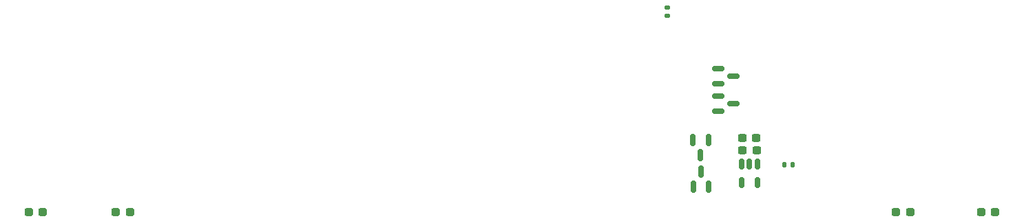
<source format=gbr>
%TF.GenerationSoftware,KiCad,Pcbnew,9.0.0*%
%TF.CreationDate,2025-06-18T14:15:24-07:00*%
%TF.ProjectId,1U Backplane,31552042-6163-46b7-906c-616e652e6b69,rev?*%
%TF.SameCoordinates,Original*%
%TF.FileFunction,Paste,Bot*%
%TF.FilePolarity,Positive*%
%FSLAX46Y46*%
G04 Gerber Fmt 4.6, Leading zero omitted, Abs format (unit mm)*
G04 Created by KiCad (PCBNEW 9.0.0) date 2025-06-18 14:15:24*
%MOMM*%
%LPD*%
G01*
G04 APERTURE LIST*
G04 Aperture macros list*
%AMRoundRect*
0 Rectangle with rounded corners*
0 $1 Rounding radius*
0 $2 $3 $4 $5 $6 $7 $8 $9 X,Y pos of 4 corners*
0 Add a 4 corners polygon primitive as box body*
4,1,4,$2,$3,$4,$5,$6,$7,$8,$9,$2,$3,0*
0 Add four circle primitives for the rounded corners*
1,1,$1+$1,$2,$3*
1,1,$1+$1,$4,$5*
1,1,$1+$1,$6,$7*
1,1,$1+$1,$8,$9*
0 Add four rect primitives between the rounded corners*
20,1,$1+$1,$2,$3,$4,$5,0*
20,1,$1+$1,$4,$5,$6,$7,0*
20,1,$1+$1,$6,$7,$8,$9,0*
20,1,$1+$1,$8,$9,$2,$3,0*%
G04 Aperture macros list end*
%ADD10RoundRect,0.237500X-0.287500X-0.237500X0.287500X-0.237500X0.287500X0.237500X-0.287500X0.237500X0*%
%ADD11RoundRect,0.237500X0.287500X0.237500X-0.287500X0.237500X-0.287500X-0.237500X0.287500X-0.237500X0*%
%ADD12RoundRect,0.237500X-0.300000X-0.237500X0.300000X-0.237500X0.300000X0.237500X-0.300000X0.237500X0*%
%ADD13RoundRect,0.237500X0.300000X0.237500X-0.300000X0.237500X-0.300000X-0.237500X0.300000X-0.237500X0*%
%ADD14RoundRect,0.150000X-0.150000X0.512500X-0.150000X-0.512500X0.150000X-0.512500X0.150000X0.512500X0*%
%ADD15RoundRect,0.150000X0.150000X-0.587500X0.150000X0.587500X-0.150000X0.587500X-0.150000X-0.587500X0*%
%ADD16RoundRect,0.135000X0.135000X0.185000X-0.135000X0.185000X-0.135000X-0.185000X0.135000X-0.185000X0*%
%ADD17RoundRect,0.150000X-0.587500X-0.150000X0.587500X-0.150000X0.587500X0.150000X-0.587500X0.150000X0*%
%ADD18RoundRect,0.150000X-0.150000X0.587500X-0.150000X-0.587500X0.150000X-0.587500X0.150000X0.587500X0*%
%ADD19RoundRect,0.135000X0.185000X-0.135000X0.185000X0.135000X-0.185000X0.135000X-0.185000X-0.135000X0*%
G04 APERTURE END LIST*
D10*
%TO.C,D7*%
X79424000Y-121700000D03*
X81174000Y-121700000D03*
%TD*%
D11*
%TO.C,D9*%
X91874000Y-121700000D03*
X90124000Y-121700000D03*
%TD*%
D12*
%TO.C,C2*%
X167186500Y-114100000D03*
X168911500Y-114100000D03*
%TD*%
D13*
%TO.C,C1*%
X168886500Y-112562500D03*
X167161500Y-112562500D03*
%TD*%
D14*
%TO.C,U1*%
X167099000Y-115800000D03*
X168049000Y-115800000D03*
X168999000Y-115800000D03*
X168999000Y-118075000D03*
X167099000Y-118075000D03*
%TD*%
D15*
%TO.C,Q1*%
X163049000Y-118575000D03*
X161149000Y-118575000D03*
X162099000Y-116700000D03*
%TD*%
D10*
%TO.C,D4*%
X186074000Y-121700000D03*
X187824000Y-121700000D03*
%TD*%
D16*
%TO.C,R3*%
X173369000Y-115900000D03*
X172349000Y-115900000D03*
%TD*%
D17*
%TO.C,D2*%
X164199000Y-105900000D03*
X164199000Y-104000000D03*
X166074000Y-104950000D03*
%TD*%
D18*
%TO.C,D1*%
X161099000Y-112825000D03*
X162999000Y-112825000D03*
X162049000Y-114700000D03*
%TD*%
D17*
%TO.C,D3*%
X164199000Y-109300000D03*
X164199000Y-107400000D03*
X166074000Y-108350000D03*
%TD*%
D11*
%TO.C,D6*%
X198274000Y-121700000D03*
X196524000Y-121700000D03*
%TD*%
D19*
%TO.C,R7*%
X157949000Y-97495000D03*
X157949000Y-96475000D03*
%TD*%
M02*

</source>
